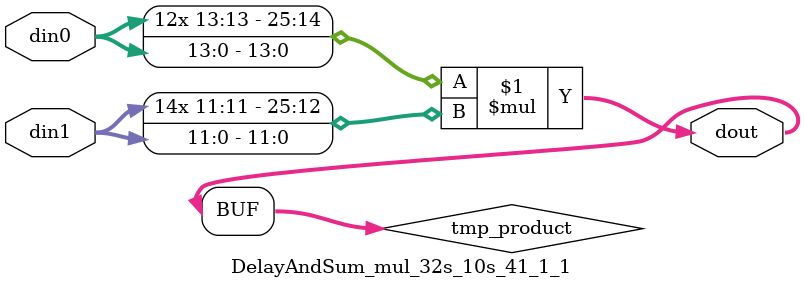
<source format=v>

`timescale 1 ns / 1 ps

 module DelayAndSum_mul_32s_10s_41_1_1(din0, din1, dout);
parameter ID = 1;
parameter NUM_STAGE = 0;
parameter din0_WIDTH = 14;
parameter din1_WIDTH = 12;
parameter dout_WIDTH = 26;

input [din0_WIDTH - 1 : 0] din0; 
input [din1_WIDTH - 1 : 0] din1; 
output [dout_WIDTH - 1 : 0] dout;

wire signed [dout_WIDTH - 1 : 0] tmp_product;



























assign tmp_product = $signed(din0) * $signed(din1);








assign dout = tmp_product;





















endmodule

</source>
